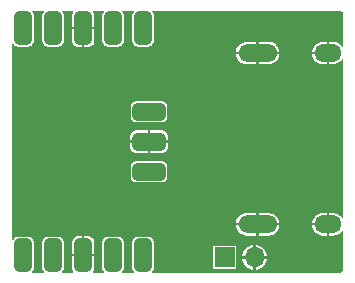
<source format=gbr>
%TF.GenerationSoftware,KiCad,Pcbnew,(6.0.7)*%
%TF.CreationDate,2022-09-16T05:20:12-07:00*%
%TF.ProjectId,dvi-sock,6476692d-736f-4636-9b2e-6b696361645f,rev?*%
%TF.SameCoordinates,Original*%
%TF.FileFunction,Copper,L2,Bot*%
%TF.FilePolarity,Positive*%
%FSLAX46Y46*%
G04 Gerber Fmt 4.6, Leading zero omitted, Abs format (unit mm)*
G04 Created by KiCad (PCBNEW (6.0.7)) date 2022-09-16 05:20:12*
%MOMM*%
%LPD*%
G01*
G04 APERTURE LIST*
G04 Aperture macros list*
%AMRoundRect*
0 Rectangle with rounded corners*
0 $1 Rounding radius*
0 $2 $3 $4 $5 $6 $7 $8 $9 X,Y pos of 4 corners*
0 Add a 4 corners polygon primitive as box body*
4,1,4,$2,$3,$4,$5,$6,$7,$8,$9,$2,$3,0*
0 Add four circle primitives for the rounded corners*
1,1,$1+$1,$2,$3*
1,1,$1+$1,$4,$5*
1,1,$1+$1,$6,$7*
1,1,$1+$1,$8,$9*
0 Add four rect primitives between the rounded corners*
20,1,$1+$1,$2,$3,$4,$5,0*
20,1,$1+$1,$4,$5,$6,$7,0*
20,1,$1+$1,$6,$7,$8,$9,0*
20,1,$1+$1,$8,$9,$2,$3,0*%
G04 Aperture macros list end*
%TA.AperFunction,ComponentPad*%
%ADD10O,1.700000X1.700000*%
%TD*%
%TA.AperFunction,ComponentPad*%
%ADD11R,1.700000X1.700000*%
%TD*%
%TA.AperFunction,ComponentPad*%
%ADD12RoundRect,0.381000X-0.381000X-1.019000X0.381000X-1.019000X0.381000X1.019000X-0.381000X1.019000X0*%
%TD*%
%TA.AperFunction,ComponentPad*%
%ADD13C,0.600000*%
%TD*%
%TA.AperFunction,ComponentPad*%
%ADD14RoundRect,0.381000X0.381000X1.019000X-0.381000X1.019000X-0.381000X-1.019000X0.381000X-1.019000X0*%
%TD*%
%TA.AperFunction,ComponentPad*%
%ADD15RoundRect,0.381000X1.019000X-0.381000X1.019000X0.381000X-1.019000X0.381000X-1.019000X-0.381000X0*%
%TD*%
%TA.AperFunction,ComponentPad*%
%ADD16O,2.300000X1.500000*%
%TD*%
%TA.AperFunction,ComponentPad*%
%ADD17O,3.300000X1.500000*%
%TD*%
%TA.AperFunction,ViaPad*%
%ADD18C,0.600000*%
%TD*%
G04 APERTURE END LIST*
D10*
%TO.P,J5,2,Pin_2*%
%TO.N,GND*%
X162440000Y-94800000D03*
D11*
%TO.P,J5,1,Pin_1*%
%TO.N,+5V*%
X159900000Y-94800000D03*
%TD*%
D12*
%TO.P,J1,5,Pin_5*%
%TO.N,/PICO_CK-*%
X153000000Y-94600000D03*
D13*
X153000000Y-95500000D03*
%TO.P,J1,4,Pin_4*%
%TO.N,/PICO_CK+*%
X150460000Y-95500000D03*
D12*
X150460000Y-94600000D03*
%TO.P,J1,3,Pin_3*%
%TO.N,GND*%
X147920000Y-94600000D03*
D13*
X147920000Y-95500000D03*
%TO.P,J1,2,Pin_2*%
%TO.N,/PICO_D0-*%
X145380000Y-95500000D03*
D12*
X145380000Y-94600000D03*
%TO.P,J1,1,Pin_1*%
%TO.N,/PICO_D0+*%
X142840000Y-94600000D03*
D13*
X142840000Y-95500000D03*
%TD*%
%TO.P,J2,5,Pin_5*%
%TO.N,/PICO_D1-*%
X142840000Y-74500000D03*
D14*
X142840000Y-75400000D03*
%TO.P,J2,4,Pin_4*%
%TO.N,/PICO_D1+*%
X145380000Y-75400000D03*
D13*
X145380000Y-74500000D03*
D14*
%TO.P,J2,3,Pin_3*%
%TO.N,GND*%
X147920000Y-75400000D03*
D13*
X147920000Y-74500000D03*
%TO.P,J2,2,Pin_2*%
%TO.N,/PICO_D2-*%
X150460000Y-74500000D03*
D14*
X150460000Y-75400000D03*
%TO.P,J2,1,Pin_1*%
%TO.N,/PICO_D2+*%
X153000000Y-75400000D03*
D13*
X153000000Y-74500000D03*
%TD*%
D15*
%TO.P,J3,3,Pin_3*%
%TO.N,unconnected-(J3-Pad3)*%
X153500000Y-82460000D03*
D13*
X154400000Y-82460000D03*
D15*
%TO.P,J3,2,Pin_2*%
%TO.N,GND*%
X153500000Y-85000000D03*
D13*
X154400000Y-85000000D03*
D15*
%TO.P,J3,1,Pin_1*%
%TO.N,unconnected-(J3-Pad1)*%
X153500000Y-87540000D03*
D13*
X154400000Y-87540000D03*
%TD*%
D16*
%TO.P,J4,SH,SH*%
%TO.N,GND*%
X168657000Y-92000000D03*
X168657000Y-77500000D03*
D17*
X162697000Y-92000000D03*
X162697000Y-77500000D03*
%TD*%
D18*
%TO.N,GND*%
X150799800Y-92735400D03*
X159601402Y-77800200D03*
X145034000Y-92735400D03*
X144856200Y-77419200D03*
X156248602Y-83693000D03*
X150799800Y-77266800D03*
X159579800Y-82294559D03*
X163550600Y-88250000D03*
X143179800Y-92735400D03*
X156248602Y-82270600D03*
X159763354Y-87376967D03*
X152654000Y-77266800D03*
X158685723Y-86299336D03*
X154800000Y-74250000D03*
X144109999Y-76555600D03*
X156248602Y-77800200D03*
X144109999Y-93446600D03*
X159601402Y-80746600D03*
X159661908Y-83632493D03*
X142300000Y-85000000D03*
X159661908Y-85277507D03*
X154950000Y-95800000D03*
X156314936Y-88670123D03*
X163550600Y-82250000D03*
X157392567Y-89747754D03*
X156248602Y-79324200D03*
X158200000Y-74250000D03*
X159601402Y-79324200D03*
X163550600Y-83750000D03*
X151729999Y-76555600D03*
X163550600Y-85242400D03*
X156248602Y-80746600D03*
X158100000Y-95800000D03*
X151729999Y-93446600D03*
X152654000Y-92735400D03*
X143357600Y-77419200D03*
X156248602Y-85217000D03*
X163550600Y-80750000D03*
%TD*%
%TA.AperFunction,Conductor*%
%TO.N,GND*%
G36*
X144594902Y-73917813D02*
G01*
X144620212Y-73961650D01*
X144611422Y-74011500D01*
X144606279Y-74019240D01*
X144584591Y-74047814D01*
X144531596Y-74117632D01*
X144477989Y-74253028D01*
X144467500Y-74339706D01*
X144467500Y-76460294D01*
X144477989Y-76546972D01*
X144485469Y-76565864D01*
X144524703Y-76664957D01*
X144531596Y-76682368D01*
X144619639Y-76798361D01*
X144735632Y-76886404D01*
X144740322Y-76888261D01*
X144740324Y-76888262D01*
X144794007Y-76909516D01*
X144871028Y-76940011D01*
X144933219Y-76947537D01*
X144955490Y-76950232D01*
X144955493Y-76950232D01*
X144957706Y-76950500D01*
X145802294Y-76950500D01*
X145804507Y-76950232D01*
X145804510Y-76950232D01*
X145826781Y-76947537D01*
X145888972Y-76940011D01*
X145965993Y-76909516D01*
X146019676Y-76888262D01*
X146019678Y-76888261D01*
X146024368Y-76886404D01*
X146140361Y-76798361D01*
X146228404Y-76682368D01*
X146235298Y-76664957D01*
X146274531Y-76565864D01*
X146282011Y-76546972D01*
X146292500Y-76460294D01*
X146292500Y-76454647D01*
X146958001Y-76454647D01*
X146958318Y-76459485D01*
X146972322Y-76565864D01*
X146974811Y-76575151D01*
X147029641Y-76707523D01*
X147034453Y-76715858D01*
X147121671Y-76829523D01*
X147128477Y-76836329D01*
X147242146Y-76923550D01*
X147250473Y-76928357D01*
X147382851Y-76983190D01*
X147392134Y-76985678D01*
X147498516Y-76999683D01*
X147503351Y-77000000D01*
X147806952Y-77000000D01*
X147816948Y-76996362D01*
X147820000Y-76991075D01*
X147820000Y-76986951D01*
X148020000Y-76986951D01*
X148023638Y-76996947D01*
X148028925Y-76999999D01*
X148336647Y-76999999D01*
X148341485Y-76999682D01*
X148447864Y-76985678D01*
X148457151Y-76983189D01*
X148589523Y-76928359D01*
X148597858Y-76923547D01*
X148711523Y-76836329D01*
X148718329Y-76829523D01*
X148805550Y-76715854D01*
X148810357Y-76707527D01*
X148865190Y-76575149D01*
X148867678Y-76565866D01*
X148881683Y-76459484D01*
X148882000Y-76454649D01*
X148882000Y-75513048D01*
X148878362Y-75503052D01*
X148873075Y-75500000D01*
X148033048Y-75500000D01*
X148023052Y-75503638D01*
X148020000Y-75508925D01*
X148020000Y-76986951D01*
X147820000Y-76986951D01*
X147820000Y-75513048D01*
X147816362Y-75503052D01*
X147811075Y-75500000D01*
X146971049Y-75500000D01*
X146961053Y-75503638D01*
X146958001Y-75508925D01*
X146958001Y-76454647D01*
X146292500Y-76454647D01*
X146292500Y-74339706D01*
X146282011Y-74253028D01*
X146228404Y-74117632D01*
X146175409Y-74047814D01*
X146153721Y-74019240D01*
X146138752Y-73970885D01*
X146158368Y-73924221D01*
X146203390Y-73901083D01*
X146212664Y-73900500D01*
X147025310Y-73900500D01*
X147072876Y-73917813D01*
X147098186Y-73961650D01*
X147089396Y-74011500D01*
X147084018Y-74019548D01*
X147034450Y-74084146D01*
X147029643Y-74092473D01*
X146974810Y-74224851D01*
X146972322Y-74234134D01*
X146958317Y-74340516D01*
X146958000Y-74345351D01*
X146958000Y-75286952D01*
X146961638Y-75296948D01*
X146966925Y-75300000D01*
X148868951Y-75300000D01*
X148878947Y-75296362D01*
X148881999Y-75291075D01*
X148881999Y-74345353D01*
X148881682Y-74340515D01*
X148867678Y-74234136D01*
X148865189Y-74224849D01*
X148810359Y-74092477D01*
X148805550Y-74084147D01*
X148755982Y-74019549D01*
X148740760Y-73971272D01*
X148760131Y-73924506D01*
X148805031Y-73901133D01*
X148814690Y-73900500D01*
X149627336Y-73900500D01*
X149674902Y-73917813D01*
X149700212Y-73961650D01*
X149691422Y-74011500D01*
X149686279Y-74019240D01*
X149664591Y-74047814D01*
X149611596Y-74117632D01*
X149557989Y-74253028D01*
X149547500Y-74339706D01*
X149547500Y-76460294D01*
X149557989Y-76546972D01*
X149565469Y-76565864D01*
X149604703Y-76664957D01*
X149611596Y-76682368D01*
X149699639Y-76798361D01*
X149815632Y-76886404D01*
X149820322Y-76888261D01*
X149820324Y-76888262D01*
X149874007Y-76909516D01*
X149951028Y-76940011D01*
X150013219Y-76947537D01*
X150035490Y-76950232D01*
X150035493Y-76950232D01*
X150037706Y-76950500D01*
X150882294Y-76950500D01*
X150884507Y-76950232D01*
X150884510Y-76950232D01*
X150906781Y-76947537D01*
X150968972Y-76940011D01*
X151045993Y-76909516D01*
X151099676Y-76888262D01*
X151099678Y-76888261D01*
X151104368Y-76886404D01*
X151220361Y-76798361D01*
X151308404Y-76682368D01*
X151315298Y-76664957D01*
X151354531Y-76565864D01*
X151362011Y-76546972D01*
X151372500Y-76460294D01*
X151372500Y-74339706D01*
X151362011Y-74253028D01*
X151308404Y-74117632D01*
X151255409Y-74047814D01*
X151233721Y-74019240D01*
X151218752Y-73970885D01*
X151238368Y-73924221D01*
X151283390Y-73901083D01*
X151292664Y-73900500D01*
X152167336Y-73900500D01*
X152214902Y-73917813D01*
X152240212Y-73961650D01*
X152231422Y-74011500D01*
X152226279Y-74019240D01*
X152204591Y-74047814D01*
X152151596Y-74117632D01*
X152097989Y-74253028D01*
X152087500Y-74339706D01*
X152087500Y-76460294D01*
X152097989Y-76546972D01*
X152105469Y-76565864D01*
X152144703Y-76664957D01*
X152151596Y-76682368D01*
X152239639Y-76798361D01*
X152355632Y-76886404D01*
X152360322Y-76888261D01*
X152360324Y-76888262D01*
X152414007Y-76909516D01*
X152491028Y-76940011D01*
X152553219Y-76947537D01*
X152575490Y-76950232D01*
X152575493Y-76950232D01*
X152577706Y-76950500D01*
X153422294Y-76950500D01*
X153424507Y-76950232D01*
X153424510Y-76950232D01*
X153446781Y-76947537D01*
X153508972Y-76940011D01*
X153585993Y-76909516D01*
X153639676Y-76888262D01*
X153639678Y-76888261D01*
X153644368Y-76886404D01*
X153760361Y-76798361D01*
X153848404Y-76682368D01*
X153855298Y-76664957D01*
X153894531Y-76565864D01*
X153902011Y-76546972D01*
X153912500Y-76460294D01*
X153912500Y-74339706D01*
X153902011Y-74253028D01*
X153848404Y-74117632D01*
X153795409Y-74047814D01*
X153773721Y-74019240D01*
X153758752Y-73970885D01*
X153778368Y-73924221D01*
X153823390Y-73901083D01*
X153832664Y-73900500D01*
X169574243Y-73900500D01*
X169593394Y-73903021D01*
X169594229Y-73903244D01*
X169594388Y-73903287D01*
X169603800Y-73905809D01*
X169613211Y-73903287D01*
X169620118Y-73903287D01*
X169629776Y-73903920D01*
X169655556Y-73907314D01*
X169684601Y-73911138D01*
X169703259Y-73916138D01*
X169769549Y-73943596D01*
X169786276Y-73953252D01*
X169843211Y-73996940D01*
X169856860Y-74010589D01*
X169900548Y-74067524D01*
X169910204Y-74084251D01*
X169937662Y-74150541D01*
X169942662Y-74169199D01*
X169949880Y-74224020D01*
X169950513Y-74233682D01*
X169950513Y-74240589D01*
X169947991Y-74250000D01*
X169950512Y-74259409D01*
X169950779Y-74260404D01*
X169953300Y-74279557D01*
X169953300Y-76882976D01*
X169935987Y-76930542D01*
X169892150Y-76955852D01*
X169842300Y-76947062D01*
X169817929Y-76923445D01*
X169817820Y-76923529D01*
X169817244Y-76922782D01*
X169816409Y-76921972D01*
X169815533Y-76920560D01*
X169810983Y-76914651D01*
X169683526Y-76779869D01*
X169677879Y-76774995D01*
X169525935Y-76668604D01*
X169519411Y-76664957D01*
X169349168Y-76591285D01*
X169342068Y-76589033D01*
X169159595Y-76550913D01*
X169153980Y-76550184D01*
X169151440Y-76550050D01*
X169149509Y-76550000D01*
X168770048Y-76550000D01*
X168760052Y-76553638D01*
X168757000Y-76558925D01*
X168757000Y-78436952D01*
X168760638Y-78446948D01*
X168765925Y-78450000D01*
X169103357Y-78450000D01*
X169107093Y-78449811D01*
X169245278Y-78435774D01*
X169252586Y-78434274D01*
X169429599Y-78378802D01*
X169436453Y-78375864D01*
X169598698Y-78285931D01*
X169604820Y-78281676D01*
X169745662Y-78160959D01*
X169750809Y-78155554D01*
X169820828Y-78065286D01*
X169863662Y-78038312D01*
X169913812Y-78045182D01*
X169947814Y-78082681D01*
X169953300Y-78110641D01*
X169953300Y-91382976D01*
X169935987Y-91430542D01*
X169892150Y-91455852D01*
X169842300Y-91447062D01*
X169817929Y-91423445D01*
X169817820Y-91423529D01*
X169817244Y-91422782D01*
X169816409Y-91421972D01*
X169815533Y-91420560D01*
X169810983Y-91414651D01*
X169683526Y-91279869D01*
X169677879Y-91274995D01*
X169525935Y-91168604D01*
X169519411Y-91164957D01*
X169349168Y-91091285D01*
X169342068Y-91089033D01*
X169159595Y-91050913D01*
X169153980Y-91050184D01*
X169151440Y-91050050D01*
X169149509Y-91050000D01*
X168770048Y-91050000D01*
X168760052Y-91053638D01*
X168757000Y-91058925D01*
X168757000Y-92936952D01*
X168760638Y-92946948D01*
X168765925Y-92950000D01*
X169103357Y-92950000D01*
X169107093Y-92949811D01*
X169245278Y-92935774D01*
X169252586Y-92934274D01*
X169429599Y-92878802D01*
X169436453Y-92875864D01*
X169598698Y-92785931D01*
X169604820Y-92781676D01*
X169745662Y-92660959D01*
X169750809Y-92655554D01*
X169820828Y-92565286D01*
X169863662Y-92538312D01*
X169913812Y-92545182D01*
X169947814Y-92582681D01*
X169953300Y-92610641D01*
X169953300Y-95720443D01*
X169950779Y-95739594D01*
X169947991Y-95750000D01*
X169950513Y-95759411D01*
X169950513Y-95766318D01*
X169949880Y-95775976D01*
X169948334Y-95787719D01*
X169942662Y-95830801D01*
X169937662Y-95849459D01*
X169910204Y-95915749D01*
X169900548Y-95932476D01*
X169856860Y-95989411D01*
X169843211Y-96003060D01*
X169786276Y-96046748D01*
X169769549Y-96056404D01*
X169703259Y-96083862D01*
X169684601Y-96088862D01*
X169655556Y-96092686D01*
X169629776Y-96096080D01*
X169620118Y-96096713D01*
X169613211Y-96096713D01*
X169603800Y-96094191D01*
X169594391Y-96096712D01*
X169594229Y-96096756D01*
X169593394Y-96096979D01*
X169574243Y-96099500D01*
X153832664Y-96099500D01*
X153785098Y-96082187D01*
X153759788Y-96038350D01*
X153768578Y-95988500D01*
X153773721Y-95980760D01*
X153822987Y-95915854D01*
X153848404Y-95882368D01*
X153902011Y-95746972D01*
X153911952Y-95664820D01*
X158899500Y-95664820D01*
X158900210Y-95668389D01*
X158900210Y-95668390D01*
X158905000Y-95692468D01*
X158908233Y-95708722D01*
X158941496Y-95758504D01*
X158991278Y-95791767D01*
X158998424Y-95793188D01*
X158998425Y-95793189D01*
X159031610Y-95799790D01*
X159031611Y-95799790D01*
X159035180Y-95800500D01*
X160764820Y-95800500D01*
X160768389Y-95799790D01*
X160768390Y-95799790D01*
X160801575Y-95793189D01*
X160801576Y-95793188D01*
X160808722Y-95791767D01*
X160858504Y-95758504D01*
X160891767Y-95708722D01*
X160895001Y-95692468D01*
X160899790Y-95668390D01*
X160899790Y-95668389D01*
X160900500Y-95664820D01*
X160900500Y-94907792D01*
X161395310Y-94907792D01*
X161401949Y-94986855D01*
X161403250Y-94993942D01*
X161458013Y-95184922D01*
X161460663Y-95191617D01*
X161551479Y-95368326D01*
X161555384Y-95374384D01*
X161678789Y-95530083D01*
X161683794Y-95535267D01*
X161835094Y-95664032D01*
X161841013Y-95668146D01*
X162014440Y-95765072D01*
X162021041Y-95767955D01*
X162209991Y-95829348D01*
X162217036Y-95830897D01*
X162327043Y-95844015D01*
X162337400Y-95841586D01*
X162340000Y-95838111D01*
X162340000Y-95832407D01*
X162540000Y-95832407D01*
X162543638Y-95842403D01*
X162547875Y-95844849D01*
X162619602Y-95839330D01*
X162626701Y-95838078D01*
X162818062Y-95784649D01*
X162824770Y-95782047D01*
X163002107Y-95692468D01*
X163008195Y-95688604D01*
X163164751Y-95566289D01*
X163169970Y-95561319D01*
X163299791Y-95410920D01*
X163303939Y-95405040D01*
X163402078Y-95232283D01*
X163405006Y-95225708D01*
X163467719Y-95037189D01*
X163469316Y-95030155D01*
X163484124Y-94912946D01*
X163481767Y-94902573D01*
X163478377Y-94900000D01*
X162553048Y-94900000D01*
X162543052Y-94903638D01*
X162540000Y-94908925D01*
X162540000Y-95832407D01*
X162340000Y-95832407D01*
X162340000Y-94913048D01*
X162336362Y-94903052D01*
X162331075Y-94900000D01*
X161407704Y-94900000D01*
X161397708Y-94903638D01*
X161395310Y-94907792D01*
X160900500Y-94907792D01*
X160900500Y-94687033D01*
X161396040Y-94687033D01*
X161398542Y-94697372D01*
X161402107Y-94700000D01*
X162326952Y-94700000D01*
X162336948Y-94696362D01*
X162340000Y-94691075D01*
X162340000Y-94686952D01*
X162540000Y-94686952D01*
X162543638Y-94696948D01*
X162548925Y-94700000D01*
X163472228Y-94700000D01*
X163482224Y-94696362D01*
X163484528Y-94692371D01*
X163475340Y-94598670D01*
X163473941Y-94591602D01*
X163416516Y-94401403D01*
X163413772Y-94394745D01*
X163320498Y-94219322D01*
X163316512Y-94213323D01*
X163190942Y-94059358D01*
X163185866Y-94054247D01*
X163032789Y-93927610D01*
X163026804Y-93923573D01*
X162852043Y-93829081D01*
X162845405Y-93826290D01*
X162655612Y-93767540D01*
X162648552Y-93766091D01*
X162552977Y-93756045D01*
X162542657Y-93758618D01*
X162540000Y-93762275D01*
X162540000Y-94686952D01*
X162340000Y-94686952D01*
X162340000Y-93767764D01*
X162336362Y-93757768D01*
X162332290Y-93755418D01*
X162245912Y-93763278D01*
X162238818Y-93764631D01*
X162048231Y-93820724D01*
X162041555Y-93823422D01*
X161865483Y-93915469D01*
X161859456Y-93919413D01*
X161704619Y-94043906D01*
X161699471Y-94048947D01*
X161571765Y-94201140D01*
X161567696Y-94207083D01*
X161471980Y-94381191D01*
X161469144Y-94387808D01*
X161409068Y-94577189D01*
X161407572Y-94584228D01*
X161396040Y-94687033D01*
X160900500Y-94687033D01*
X160900500Y-93935180D01*
X160891767Y-93891278D01*
X160858504Y-93841496D01*
X160808722Y-93808233D01*
X160801576Y-93806812D01*
X160801575Y-93806811D01*
X160768390Y-93800210D01*
X160768389Y-93800210D01*
X160764820Y-93799500D01*
X159035180Y-93799500D01*
X159031611Y-93800210D01*
X159031610Y-93800210D01*
X158998425Y-93806811D01*
X158998424Y-93806812D01*
X158991278Y-93808233D01*
X158941496Y-93841496D01*
X158908233Y-93891278D01*
X158899500Y-93935180D01*
X158899500Y-95664820D01*
X153911952Y-95664820D01*
X153912500Y-95660294D01*
X153912500Y-93539706D01*
X153902011Y-93453028D01*
X153848404Y-93317632D01*
X153760361Y-93201639D01*
X153644368Y-93113596D01*
X153639678Y-93111739D01*
X153639676Y-93111738D01*
X153550555Y-93076453D01*
X153508972Y-93059989D01*
X153446781Y-93052463D01*
X153424510Y-93049768D01*
X153424507Y-93049768D01*
X153422294Y-93049500D01*
X152577706Y-93049500D01*
X152575493Y-93049768D01*
X152575490Y-93049768D01*
X152553219Y-93052463D01*
X152491028Y-93059989D01*
X152449445Y-93076453D01*
X152360324Y-93111738D01*
X152360322Y-93111739D01*
X152355632Y-93113596D01*
X152239639Y-93201639D01*
X152151596Y-93317632D01*
X152097989Y-93453028D01*
X152087500Y-93539706D01*
X152087500Y-95660294D01*
X152097989Y-95746972D01*
X152151596Y-95882368D01*
X152177013Y-95915854D01*
X152226279Y-95980760D01*
X152241248Y-96029115D01*
X152221632Y-96075779D01*
X152176610Y-96098917D01*
X152167336Y-96099500D01*
X151292664Y-96099500D01*
X151245098Y-96082187D01*
X151219788Y-96038350D01*
X151228578Y-95988500D01*
X151233721Y-95980760D01*
X151282987Y-95915854D01*
X151308404Y-95882368D01*
X151362011Y-95746972D01*
X151372500Y-95660294D01*
X151372500Y-93539706D01*
X151362011Y-93453028D01*
X151308404Y-93317632D01*
X151220361Y-93201639D01*
X151104368Y-93113596D01*
X151099678Y-93111739D01*
X151099676Y-93111738D01*
X151010555Y-93076453D01*
X150968972Y-93059989D01*
X150906781Y-93052463D01*
X150884510Y-93049768D01*
X150884507Y-93049768D01*
X150882294Y-93049500D01*
X150037706Y-93049500D01*
X150035493Y-93049768D01*
X150035490Y-93049768D01*
X150013219Y-93052463D01*
X149951028Y-93059989D01*
X149909445Y-93076453D01*
X149820324Y-93111738D01*
X149820322Y-93111739D01*
X149815632Y-93113596D01*
X149699639Y-93201639D01*
X149611596Y-93317632D01*
X149557989Y-93453028D01*
X149547500Y-93539706D01*
X149547500Y-95660294D01*
X149557989Y-95746972D01*
X149611596Y-95882368D01*
X149637013Y-95915854D01*
X149686279Y-95980760D01*
X149701248Y-96029115D01*
X149681632Y-96075779D01*
X149636610Y-96098917D01*
X149627336Y-96099500D01*
X148814690Y-96099500D01*
X148767124Y-96082187D01*
X148741814Y-96038350D01*
X148750604Y-95988500D01*
X148755982Y-95980452D01*
X148805550Y-95915854D01*
X148810357Y-95907527D01*
X148865190Y-95775149D01*
X148867678Y-95765866D01*
X148881683Y-95659484D01*
X148882000Y-95654649D01*
X148882000Y-94713048D01*
X148878362Y-94703052D01*
X148873075Y-94700000D01*
X146971049Y-94700000D01*
X146961053Y-94703638D01*
X146958001Y-94708925D01*
X146958001Y-95654647D01*
X146958318Y-95659485D01*
X146972322Y-95765864D01*
X146974811Y-95775151D01*
X147029641Y-95907523D01*
X147034450Y-95915853D01*
X147084018Y-95980451D01*
X147099240Y-96028728D01*
X147079869Y-96075494D01*
X147034969Y-96098867D01*
X147025310Y-96099500D01*
X146212664Y-96099500D01*
X146165098Y-96082187D01*
X146139788Y-96038350D01*
X146148578Y-95988500D01*
X146153721Y-95980760D01*
X146202987Y-95915854D01*
X146228404Y-95882368D01*
X146282011Y-95746972D01*
X146292500Y-95660294D01*
X146292500Y-94486952D01*
X146958000Y-94486952D01*
X146961638Y-94496948D01*
X146966925Y-94500000D01*
X147806952Y-94500000D01*
X147816948Y-94496362D01*
X147820000Y-94491075D01*
X147820000Y-94486952D01*
X148020000Y-94486952D01*
X148023638Y-94496948D01*
X148028925Y-94500000D01*
X148868951Y-94500000D01*
X148878947Y-94496362D01*
X148881999Y-94491075D01*
X148881999Y-93545353D01*
X148881682Y-93540515D01*
X148867678Y-93434136D01*
X148865189Y-93424849D01*
X148810359Y-93292477D01*
X148805547Y-93284142D01*
X148718329Y-93170477D01*
X148711523Y-93163671D01*
X148597854Y-93076450D01*
X148589527Y-93071643D01*
X148457149Y-93016810D01*
X148447866Y-93014322D01*
X148341484Y-93000317D01*
X148336649Y-93000000D01*
X148033048Y-93000000D01*
X148023052Y-93003638D01*
X148020000Y-93008925D01*
X148020000Y-94486952D01*
X147820000Y-94486952D01*
X147820000Y-93013049D01*
X147816362Y-93003053D01*
X147811075Y-93000001D01*
X147503353Y-93000001D01*
X147498515Y-93000318D01*
X147392136Y-93014322D01*
X147382849Y-93016811D01*
X147250477Y-93071641D01*
X147242142Y-93076453D01*
X147128477Y-93163671D01*
X147121671Y-93170477D01*
X147034450Y-93284146D01*
X147029643Y-93292473D01*
X146974810Y-93424851D01*
X146972322Y-93434134D01*
X146958317Y-93540516D01*
X146958000Y-93545351D01*
X146958000Y-94486952D01*
X146292500Y-94486952D01*
X146292500Y-93539706D01*
X146282011Y-93453028D01*
X146228404Y-93317632D01*
X146140361Y-93201639D01*
X146024368Y-93113596D01*
X146019678Y-93111739D01*
X146019676Y-93111738D01*
X145930555Y-93076453D01*
X145888972Y-93059989D01*
X145826781Y-93052463D01*
X145804510Y-93049768D01*
X145804507Y-93049768D01*
X145802294Y-93049500D01*
X144957706Y-93049500D01*
X144955493Y-93049768D01*
X144955490Y-93049768D01*
X144933219Y-93052463D01*
X144871028Y-93059989D01*
X144829445Y-93076453D01*
X144740324Y-93111738D01*
X144740322Y-93111739D01*
X144735632Y-93113596D01*
X144619639Y-93201639D01*
X144531596Y-93317632D01*
X144477989Y-93453028D01*
X144467500Y-93539706D01*
X144467500Y-95660294D01*
X144477989Y-95746972D01*
X144531596Y-95882368D01*
X144557013Y-95915854D01*
X144606279Y-95980760D01*
X144621248Y-96029115D01*
X144601632Y-96075779D01*
X144556610Y-96098917D01*
X144547336Y-96099500D01*
X143672664Y-96099500D01*
X143625098Y-96082187D01*
X143599788Y-96038350D01*
X143608578Y-95988500D01*
X143613721Y-95980760D01*
X143662987Y-95915854D01*
X143688404Y-95882368D01*
X143742011Y-95746972D01*
X143752500Y-95660294D01*
X143752500Y-93539706D01*
X143742011Y-93453028D01*
X143688404Y-93317632D01*
X143600361Y-93201639D01*
X143484368Y-93113596D01*
X143479678Y-93111739D01*
X143479676Y-93111738D01*
X143390555Y-93076453D01*
X143348972Y-93059989D01*
X143286781Y-93052463D01*
X143264510Y-93049768D01*
X143264507Y-93049768D01*
X143262294Y-93049500D01*
X142417706Y-93049500D01*
X142415493Y-93049768D01*
X142415490Y-93049768D01*
X142393219Y-93052463D01*
X142331028Y-93059989D01*
X142289445Y-93076453D01*
X142200324Y-93111738D01*
X142200322Y-93111739D01*
X142195632Y-93113596D01*
X142079639Y-93201639D01*
X142076587Y-93205660D01*
X142033443Y-93262500D01*
X141990895Y-93289921D01*
X141940675Y-93283577D01*
X141906282Y-93246436D01*
X141900500Y-93217760D01*
X141900500Y-92107072D01*
X160852380Y-92107072D01*
X160871540Y-92233767D01*
X160873395Y-92240991D01*
X160937449Y-92415085D01*
X160940717Y-92421785D01*
X161038469Y-92579444D01*
X161043017Y-92585349D01*
X161170474Y-92720131D01*
X161176121Y-92725005D01*
X161328065Y-92831396D01*
X161334589Y-92835043D01*
X161504832Y-92908715D01*
X161511932Y-92910967D01*
X161694405Y-92949087D01*
X161700020Y-92949816D01*
X161702560Y-92949950D01*
X161704491Y-92950000D01*
X162583952Y-92950000D01*
X162593948Y-92946362D01*
X162597000Y-92941075D01*
X162597000Y-92936952D01*
X162797000Y-92936952D01*
X162800638Y-92946948D01*
X162805925Y-92950000D01*
X163643357Y-92950000D01*
X163647093Y-92949811D01*
X163785278Y-92935774D01*
X163792586Y-92934274D01*
X163969599Y-92878802D01*
X163976453Y-92875864D01*
X164138698Y-92785931D01*
X164144820Y-92781676D01*
X164285662Y-92660959D01*
X164290809Y-92655554D01*
X164404505Y-92508977D01*
X164408453Y-92502659D01*
X164490357Y-92336211D01*
X164492953Y-92329229D01*
X164539714Y-92149709D01*
X164540854Y-92142346D01*
X164542390Y-92113028D01*
X164540569Y-92107072D01*
X167312380Y-92107072D01*
X167331540Y-92233767D01*
X167333395Y-92240991D01*
X167397449Y-92415085D01*
X167400717Y-92421785D01*
X167498469Y-92579444D01*
X167503017Y-92585349D01*
X167630474Y-92720131D01*
X167636121Y-92725005D01*
X167788065Y-92831396D01*
X167794589Y-92835043D01*
X167964832Y-92908715D01*
X167971932Y-92910967D01*
X168154405Y-92949087D01*
X168160020Y-92949816D01*
X168162560Y-92949950D01*
X168164491Y-92950000D01*
X168543952Y-92950000D01*
X168553948Y-92946362D01*
X168557000Y-92941075D01*
X168557000Y-92113048D01*
X168553362Y-92103052D01*
X168548075Y-92100000D01*
X167324358Y-92100000D01*
X167314362Y-92103638D01*
X167312380Y-92107072D01*
X164540569Y-92107072D01*
X164539281Y-92102858D01*
X164534880Y-92100000D01*
X162810048Y-92100000D01*
X162800052Y-92103638D01*
X162797000Y-92108925D01*
X162797000Y-92936952D01*
X162597000Y-92936952D01*
X162597000Y-92113048D01*
X162593362Y-92103052D01*
X162588075Y-92100000D01*
X160864358Y-92100000D01*
X160854362Y-92103638D01*
X160852380Y-92107072D01*
X141900500Y-92107072D01*
X141900500Y-91886972D01*
X160851610Y-91886972D01*
X160854719Y-91897142D01*
X160859120Y-91900000D01*
X162583952Y-91900000D01*
X162593948Y-91896362D01*
X162597000Y-91891075D01*
X162597000Y-91886952D01*
X162797000Y-91886952D01*
X162800638Y-91896948D01*
X162805925Y-91900000D01*
X164529642Y-91900000D01*
X164539638Y-91896362D01*
X164541620Y-91892928D01*
X164540719Y-91886972D01*
X167311610Y-91886972D01*
X167314719Y-91897142D01*
X167319120Y-91900000D01*
X168543952Y-91900000D01*
X168553948Y-91896362D01*
X168557000Y-91891075D01*
X168557000Y-91063048D01*
X168553362Y-91053052D01*
X168548075Y-91050000D01*
X168210643Y-91050000D01*
X168206907Y-91050189D01*
X168068722Y-91064226D01*
X168061414Y-91065726D01*
X167884401Y-91121198D01*
X167877547Y-91124136D01*
X167715302Y-91214069D01*
X167709180Y-91218324D01*
X167568338Y-91339041D01*
X167563191Y-91344446D01*
X167449495Y-91491023D01*
X167445547Y-91497341D01*
X167363643Y-91663789D01*
X167361047Y-91670771D01*
X167314286Y-91850291D01*
X167313146Y-91857654D01*
X167311610Y-91886972D01*
X164540719Y-91886972D01*
X164522460Y-91766233D01*
X164520605Y-91759009D01*
X164456551Y-91584915D01*
X164453283Y-91578215D01*
X164355531Y-91420556D01*
X164350983Y-91414651D01*
X164223526Y-91279869D01*
X164217879Y-91274995D01*
X164065935Y-91168604D01*
X164059411Y-91164957D01*
X163889168Y-91091285D01*
X163882068Y-91089033D01*
X163699595Y-91050913D01*
X163693980Y-91050184D01*
X163691440Y-91050050D01*
X163689509Y-91050000D01*
X162810048Y-91050000D01*
X162800052Y-91053638D01*
X162797000Y-91058925D01*
X162797000Y-91886952D01*
X162597000Y-91886952D01*
X162597000Y-91063048D01*
X162593362Y-91053052D01*
X162588075Y-91050000D01*
X161750643Y-91050000D01*
X161746907Y-91050189D01*
X161608722Y-91064226D01*
X161601414Y-91065726D01*
X161424401Y-91121198D01*
X161417547Y-91124136D01*
X161255302Y-91214069D01*
X161249180Y-91218324D01*
X161108338Y-91339041D01*
X161103191Y-91344446D01*
X160989495Y-91491023D01*
X160985547Y-91497341D01*
X160903643Y-91663789D01*
X160901047Y-91670771D01*
X160854286Y-91850291D01*
X160853146Y-91857654D01*
X160851610Y-91886972D01*
X141900500Y-91886972D01*
X141900500Y-87962294D01*
X151949500Y-87962294D01*
X151959989Y-88048972D01*
X152013596Y-88184368D01*
X152101639Y-88300361D01*
X152217632Y-88388404D01*
X152222322Y-88390261D01*
X152222324Y-88390262D01*
X152276007Y-88411516D01*
X152353028Y-88442011D01*
X152415219Y-88449537D01*
X152437490Y-88452232D01*
X152437493Y-88452232D01*
X152439706Y-88452500D01*
X154560294Y-88452500D01*
X154562507Y-88452232D01*
X154562510Y-88452232D01*
X154584781Y-88449537D01*
X154646972Y-88442011D01*
X154723993Y-88411516D01*
X154777676Y-88390262D01*
X154777678Y-88390261D01*
X154782368Y-88388404D01*
X154898361Y-88300361D01*
X154986404Y-88184368D01*
X155040011Y-88048972D01*
X155050500Y-87962294D01*
X155050500Y-87117706D01*
X155040011Y-87031028D01*
X154986404Y-86895632D01*
X154898361Y-86779639D01*
X154782368Y-86691596D01*
X154777678Y-86689739D01*
X154777676Y-86689738D01*
X154723993Y-86668484D01*
X154646972Y-86637989D01*
X154584781Y-86630463D01*
X154562510Y-86627768D01*
X154562507Y-86627768D01*
X154560294Y-86627500D01*
X152439706Y-86627500D01*
X152437493Y-86627768D01*
X152437490Y-86627768D01*
X152415219Y-86630463D01*
X152353028Y-86637989D01*
X152276007Y-86668484D01*
X152222324Y-86689738D01*
X152222322Y-86689739D01*
X152217632Y-86691596D01*
X152101639Y-86779639D01*
X152013596Y-86895632D01*
X151959989Y-87031028D01*
X151949500Y-87117706D01*
X151949500Y-87962294D01*
X141900500Y-87962294D01*
X141900500Y-85416647D01*
X151900001Y-85416647D01*
X151900318Y-85421485D01*
X151914322Y-85527864D01*
X151916811Y-85537151D01*
X151971641Y-85669523D01*
X151976453Y-85677858D01*
X152063671Y-85791523D01*
X152070477Y-85798329D01*
X152184146Y-85885550D01*
X152192473Y-85890357D01*
X152324851Y-85945190D01*
X152334134Y-85947678D01*
X152440516Y-85961683D01*
X152445351Y-85962000D01*
X153386952Y-85962000D01*
X153396948Y-85958362D01*
X153400000Y-85953075D01*
X153400000Y-85948951D01*
X153600000Y-85948951D01*
X153603638Y-85958947D01*
X153608925Y-85961999D01*
X154554647Y-85961999D01*
X154559485Y-85961682D01*
X154665864Y-85947678D01*
X154675151Y-85945189D01*
X154807523Y-85890359D01*
X154815858Y-85885547D01*
X154929523Y-85798329D01*
X154936329Y-85791523D01*
X155023550Y-85677854D01*
X155028357Y-85669527D01*
X155083190Y-85537149D01*
X155085678Y-85527866D01*
X155099683Y-85421484D01*
X155100000Y-85416649D01*
X155100000Y-85113048D01*
X155096362Y-85103052D01*
X155091075Y-85100000D01*
X153613048Y-85100000D01*
X153603052Y-85103638D01*
X153600000Y-85108925D01*
X153600000Y-85948951D01*
X153400000Y-85948951D01*
X153400000Y-85113048D01*
X153396362Y-85103052D01*
X153391075Y-85100000D01*
X151913049Y-85100000D01*
X151903053Y-85103638D01*
X151900001Y-85108925D01*
X151900001Y-85416647D01*
X141900500Y-85416647D01*
X141900500Y-84886952D01*
X151900000Y-84886952D01*
X151903638Y-84896948D01*
X151908925Y-84900000D01*
X153386952Y-84900000D01*
X153396948Y-84896362D01*
X153400000Y-84891075D01*
X153400000Y-84886952D01*
X153600000Y-84886952D01*
X153603638Y-84896948D01*
X153608925Y-84900000D01*
X155086951Y-84900000D01*
X155096947Y-84896362D01*
X155099999Y-84891075D01*
X155099999Y-84583353D01*
X155099682Y-84578515D01*
X155085678Y-84472136D01*
X155083189Y-84462849D01*
X155028359Y-84330477D01*
X155023547Y-84322142D01*
X154936329Y-84208477D01*
X154929523Y-84201671D01*
X154815854Y-84114450D01*
X154807527Y-84109643D01*
X154675149Y-84054810D01*
X154665866Y-84052322D01*
X154559484Y-84038317D01*
X154554649Y-84038000D01*
X153613048Y-84038000D01*
X153603052Y-84041638D01*
X153600000Y-84046925D01*
X153600000Y-84886952D01*
X153400000Y-84886952D01*
X153400000Y-84051049D01*
X153396362Y-84041053D01*
X153391075Y-84038001D01*
X152445353Y-84038001D01*
X152440515Y-84038318D01*
X152334136Y-84052322D01*
X152324849Y-84054811D01*
X152192477Y-84109641D01*
X152184142Y-84114453D01*
X152070477Y-84201671D01*
X152063671Y-84208477D01*
X151976450Y-84322146D01*
X151971643Y-84330473D01*
X151916810Y-84462851D01*
X151914322Y-84472134D01*
X151900317Y-84578516D01*
X151900000Y-84583351D01*
X151900000Y-84886952D01*
X141900500Y-84886952D01*
X141900500Y-82882294D01*
X151949500Y-82882294D01*
X151959989Y-82968972D01*
X152013596Y-83104368D01*
X152101639Y-83220361D01*
X152217632Y-83308404D01*
X152222322Y-83310261D01*
X152222324Y-83310262D01*
X152276007Y-83331516D01*
X152353028Y-83362011D01*
X152415219Y-83369537D01*
X152437490Y-83372232D01*
X152437493Y-83372232D01*
X152439706Y-83372500D01*
X154560294Y-83372500D01*
X154562507Y-83372232D01*
X154562510Y-83372232D01*
X154584781Y-83369537D01*
X154646972Y-83362011D01*
X154723993Y-83331516D01*
X154777676Y-83310262D01*
X154777678Y-83310261D01*
X154782368Y-83308404D01*
X154898361Y-83220361D01*
X154986404Y-83104368D01*
X155040011Y-82968972D01*
X155050500Y-82882294D01*
X155050500Y-82037706D01*
X155040011Y-81951028D01*
X154986404Y-81815632D01*
X154898361Y-81699639D01*
X154782368Y-81611596D01*
X154777678Y-81609739D01*
X154777676Y-81609738D01*
X154723993Y-81588484D01*
X154646972Y-81557989D01*
X154584781Y-81550463D01*
X154562510Y-81547768D01*
X154562507Y-81547768D01*
X154560294Y-81547500D01*
X152439706Y-81547500D01*
X152437493Y-81547768D01*
X152437490Y-81547768D01*
X152415219Y-81550463D01*
X152353028Y-81557989D01*
X152276007Y-81588484D01*
X152222324Y-81609738D01*
X152222322Y-81609739D01*
X152217632Y-81611596D01*
X152101639Y-81699639D01*
X152013596Y-81815632D01*
X151959989Y-81951028D01*
X151949500Y-82037706D01*
X151949500Y-82882294D01*
X141900500Y-82882294D01*
X141900500Y-77607072D01*
X160852380Y-77607072D01*
X160871540Y-77733767D01*
X160873395Y-77740991D01*
X160937449Y-77915085D01*
X160940717Y-77921785D01*
X161038469Y-78079444D01*
X161043017Y-78085349D01*
X161170474Y-78220131D01*
X161176121Y-78225005D01*
X161328065Y-78331396D01*
X161334589Y-78335043D01*
X161504832Y-78408715D01*
X161511932Y-78410967D01*
X161694405Y-78449087D01*
X161700020Y-78449816D01*
X161702560Y-78449950D01*
X161704491Y-78450000D01*
X162583952Y-78450000D01*
X162593948Y-78446362D01*
X162597000Y-78441075D01*
X162597000Y-78436952D01*
X162797000Y-78436952D01*
X162800638Y-78446948D01*
X162805925Y-78450000D01*
X163643357Y-78450000D01*
X163647093Y-78449811D01*
X163785278Y-78435774D01*
X163792586Y-78434274D01*
X163969599Y-78378802D01*
X163976453Y-78375864D01*
X164138698Y-78285931D01*
X164144820Y-78281676D01*
X164285662Y-78160959D01*
X164290809Y-78155554D01*
X164404505Y-78008977D01*
X164408453Y-78002659D01*
X164490357Y-77836211D01*
X164492953Y-77829229D01*
X164539714Y-77649709D01*
X164540854Y-77642346D01*
X164542390Y-77613028D01*
X164540569Y-77607072D01*
X167312380Y-77607072D01*
X167331540Y-77733767D01*
X167333395Y-77740991D01*
X167397449Y-77915085D01*
X167400717Y-77921785D01*
X167498469Y-78079444D01*
X167503017Y-78085349D01*
X167630474Y-78220131D01*
X167636121Y-78225005D01*
X167788065Y-78331396D01*
X167794589Y-78335043D01*
X167964832Y-78408715D01*
X167971932Y-78410967D01*
X168154405Y-78449087D01*
X168160020Y-78449816D01*
X168162560Y-78449950D01*
X168164491Y-78450000D01*
X168543952Y-78450000D01*
X168553948Y-78446362D01*
X168557000Y-78441075D01*
X168557000Y-77613048D01*
X168553362Y-77603052D01*
X168548075Y-77600000D01*
X167324358Y-77600000D01*
X167314362Y-77603638D01*
X167312380Y-77607072D01*
X164540569Y-77607072D01*
X164539281Y-77602858D01*
X164534880Y-77600000D01*
X162810048Y-77600000D01*
X162800052Y-77603638D01*
X162797000Y-77608925D01*
X162797000Y-78436952D01*
X162597000Y-78436952D01*
X162597000Y-77613048D01*
X162593362Y-77603052D01*
X162588075Y-77600000D01*
X160864358Y-77600000D01*
X160854362Y-77603638D01*
X160852380Y-77607072D01*
X141900500Y-77607072D01*
X141900500Y-77386972D01*
X160851610Y-77386972D01*
X160854719Y-77397142D01*
X160859120Y-77400000D01*
X162583952Y-77400000D01*
X162593948Y-77396362D01*
X162597000Y-77391075D01*
X162597000Y-77386952D01*
X162797000Y-77386952D01*
X162800638Y-77396948D01*
X162805925Y-77400000D01*
X164529642Y-77400000D01*
X164539638Y-77396362D01*
X164541620Y-77392928D01*
X164540719Y-77386972D01*
X167311610Y-77386972D01*
X167314719Y-77397142D01*
X167319120Y-77400000D01*
X168543952Y-77400000D01*
X168553948Y-77396362D01*
X168557000Y-77391075D01*
X168557000Y-76563048D01*
X168553362Y-76553052D01*
X168548075Y-76550000D01*
X168210643Y-76550000D01*
X168206907Y-76550189D01*
X168068722Y-76564226D01*
X168061414Y-76565726D01*
X167884401Y-76621198D01*
X167877547Y-76624136D01*
X167715302Y-76714069D01*
X167709180Y-76718324D01*
X167568338Y-76839041D01*
X167563191Y-76844446D01*
X167449495Y-76991023D01*
X167445547Y-76997341D01*
X167363643Y-77163789D01*
X167361047Y-77170771D01*
X167314286Y-77350291D01*
X167313146Y-77357654D01*
X167311610Y-77386972D01*
X164540719Y-77386972D01*
X164522460Y-77266233D01*
X164520605Y-77259009D01*
X164456551Y-77084915D01*
X164453283Y-77078215D01*
X164355531Y-76920556D01*
X164350983Y-76914651D01*
X164223526Y-76779869D01*
X164217879Y-76774995D01*
X164065935Y-76668604D01*
X164059411Y-76664957D01*
X163889168Y-76591285D01*
X163882068Y-76589033D01*
X163699595Y-76550913D01*
X163693980Y-76550184D01*
X163691440Y-76550050D01*
X163689509Y-76550000D01*
X162810048Y-76550000D01*
X162800052Y-76553638D01*
X162797000Y-76558925D01*
X162797000Y-77386952D01*
X162597000Y-77386952D01*
X162597000Y-76563048D01*
X162593362Y-76553052D01*
X162588075Y-76550000D01*
X161750643Y-76550000D01*
X161746907Y-76550189D01*
X161608722Y-76564226D01*
X161601414Y-76565726D01*
X161424401Y-76621198D01*
X161417547Y-76624136D01*
X161255302Y-76714069D01*
X161249180Y-76718324D01*
X161108338Y-76839041D01*
X161103191Y-76844446D01*
X160989495Y-76991023D01*
X160985547Y-76997341D01*
X160903643Y-77163789D01*
X160901047Y-77170771D01*
X160854286Y-77350291D01*
X160853146Y-77357654D01*
X160851610Y-77386972D01*
X141900500Y-77386972D01*
X141900500Y-76782240D01*
X141917813Y-76734674D01*
X141961650Y-76709364D01*
X142011500Y-76718154D01*
X142033443Y-76737500D01*
X142079639Y-76798361D01*
X142195632Y-76886404D01*
X142200322Y-76888261D01*
X142200324Y-76888262D01*
X142254007Y-76909516D01*
X142331028Y-76940011D01*
X142393219Y-76947537D01*
X142415490Y-76950232D01*
X142415493Y-76950232D01*
X142417706Y-76950500D01*
X143262294Y-76950500D01*
X143264507Y-76950232D01*
X143264510Y-76950232D01*
X143286781Y-76947537D01*
X143348972Y-76940011D01*
X143425993Y-76909516D01*
X143479676Y-76888262D01*
X143479678Y-76888261D01*
X143484368Y-76886404D01*
X143600361Y-76798361D01*
X143688404Y-76682368D01*
X143695298Y-76664957D01*
X143734531Y-76565864D01*
X143742011Y-76546972D01*
X143752500Y-76460294D01*
X143752500Y-74339706D01*
X143742011Y-74253028D01*
X143688404Y-74117632D01*
X143635409Y-74047814D01*
X143613721Y-74019240D01*
X143598752Y-73970885D01*
X143618368Y-73924221D01*
X143663390Y-73901083D01*
X143672664Y-73900500D01*
X144547336Y-73900500D01*
X144594902Y-73917813D01*
G37*
%TD.AperFunction*%
%TD*%
M02*

</source>
